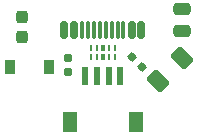
<source format=gtp>
G04 #@! TF.GenerationSoftware,KiCad,Pcbnew,(6.0.4)*
G04 #@! TF.CreationDate,2022-05-20T19:37:54+02:00*
G04 #@! TF.ProjectId,Unified-Daughterboard-rounded,556e6966-6965-4642-9d44-617567687465,C3*
G04 #@! TF.SameCoordinates,Original*
G04 #@! TF.FileFunction,Paste,Top*
G04 #@! TF.FilePolarity,Positive*
%FSLAX46Y46*%
G04 Gerber Fmt 4.6, Leading zero omitted, Abs format (unit mm)*
G04 Created by KiCad (PCBNEW (6.0.4)) date 2022-05-20 19:37:54*
%MOMM*%
%LPD*%
G01*
G04 APERTURE LIST*
G04 Aperture macros list*
%AMRoundRect*
0 Rectangle with rounded corners*
0 $1 Rounding radius*
0 $2 $3 $4 $5 $6 $7 $8 $9 X,Y pos of 4 corners*
0 Add a 4 corners polygon primitive as box body*
4,1,4,$2,$3,$4,$5,$6,$7,$8,$9,$2,$3,0*
0 Add four circle primitives for the rounded corners*
1,1,$1+$1,$2,$3*
1,1,$1+$1,$4,$5*
1,1,$1+$1,$6,$7*
1,1,$1+$1,$8,$9*
0 Add four rect primitives between the rounded corners*
20,1,$1+$1,$2,$3,$4,$5,0*
20,1,$1+$1,$4,$5,$6,$7,0*
20,1,$1+$1,$6,$7,$8,$9,0*
20,1,$1+$1,$8,$9,$2,$3,0*%
G04 Aperture macros list end*
%ADD10RoundRect,0.125000X0.000000X-0.150000X0.000000X-0.150000X0.000000X0.150000X0.000000X0.150000X0*%
%ADD11R,0.250000X0.550000*%
%ADD12R,0.300000X0.550000*%
%ADD13RoundRect,0.250000X-0.475000X0.250000X-0.475000X-0.250000X0.475000X-0.250000X0.475000X0.250000X0*%
%ADD14RoundRect,0.237500X-0.237500X0.287500X-0.237500X-0.287500X0.237500X-0.287500X0.237500X0.287500X0*%
%ADD15RoundRect,0.150000X0.150000X0.575000X-0.150000X0.575000X-0.150000X-0.575000X0.150000X-0.575000X0*%
%ADD16RoundRect,0.075000X0.075000X0.650000X-0.075000X0.650000X-0.075000X-0.650000X0.075000X-0.650000X0*%
%ADD17R,1.200000X1.800000*%
%ADD18R,0.600000X1.550000*%
%ADD19RoundRect,0.160000X-0.252791X0.026517X0.026517X-0.252791X0.252791X-0.026517X-0.026517X0.252791X0*%
%ADD20R,0.900000X1.200000*%
%ADD21RoundRect,0.160000X-0.160000X0.197500X-0.160000X-0.197500X0.160000X-0.197500X0.160000X0.197500X0*%
%ADD22RoundRect,0.250000X0.176777X-0.707107X0.707107X-0.176777X-0.176777X0.707107X-0.707107X0.176777X0*%
G04 APERTURE END LIST*
D10*
X74002500Y-66411400D03*
D11*
X74502500Y-66411400D03*
D12*
X75002500Y-66411400D03*
D11*
X75502500Y-66411400D03*
X76002500Y-66411400D03*
X76002500Y-65641400D03*
X75502500Y-65641400D03*
D12*
X75002500Y-65641400D03*
D11*
X74502500Y-65641400D03*
X74002500Y-65641400D03*
D13*
X81702500Y-62293000D03*
X81702500Y-64193000D03*
D14*
X68202500Y-62968000D03*
X68202500Y-64718000D03*
D15*
X78252500Y-64118000D03*
X77452500Y-64118000D03*
D16*
X76252500Y-64118000D03*
X75256500Y-64118000D03*
X74752500Y-64118000D03*
X73752500Y-64118000D03*
D15*
X71752500Y-64118000D03*
X72552500Y-64118000D03*
D16*
X73252500Y-64118000D03*
X74252500Y-64118000D03*
X75752500Y-64118000D03*
X76752500Y-64118000D03*
D17*
X72204500Y-71893000D03*
X77804500Y-71893000D03*
D18*
X73504500Y-68018000D03*
X74504500Y-68018000D03*
X75504500Y-68018000D03*
X76504500Y-68018000D03*
D19*
X77480004Y-66420504D03*
X78324996Y-67265496D03*
D20*
X70452500Y-67243000D03*
X67152500Y-67243000D03*
D21*
X72102500Y-66445500D03*
X72102500Y-67640500D03*
D22*
X79712551Y-68432949D03*
X81692449Y-66453051D03*
M02*

</source>
